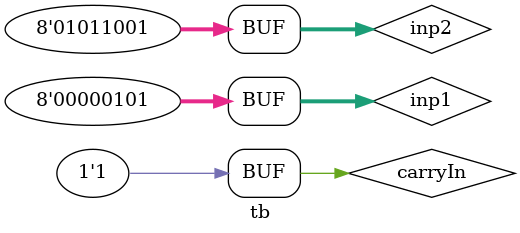
<source format=v>
module tb;
  reg [7:0] inp1,inp2;
  reg carryIn;
  wire carryOut;
  wire [7:0] sum;
  
  initial 
  begin
    inp1 = 0;
    inp2 = 0;
    carryIn = 0; 
  end
  
  always 
  begin
    #10 inp1 = 8'd199;
        inp2 = 8'd55;
        
    #10 inp1 = 8'd199;
        inp2 = 8'd56;
        carryIn = 1'b1;
        
    #10 inp1 = 8'd100;
        inp2 = 8'b1;
        carryIn = 1'b0;
        
    #10 inp1 = 8'd5;
        inp2 = 8'd89;
        carryIn = 1'b1;
  end
  
  carrySellect8 CS1(inp1,inp2,carryIn,sum,carryOut);
endmodule

</source>
